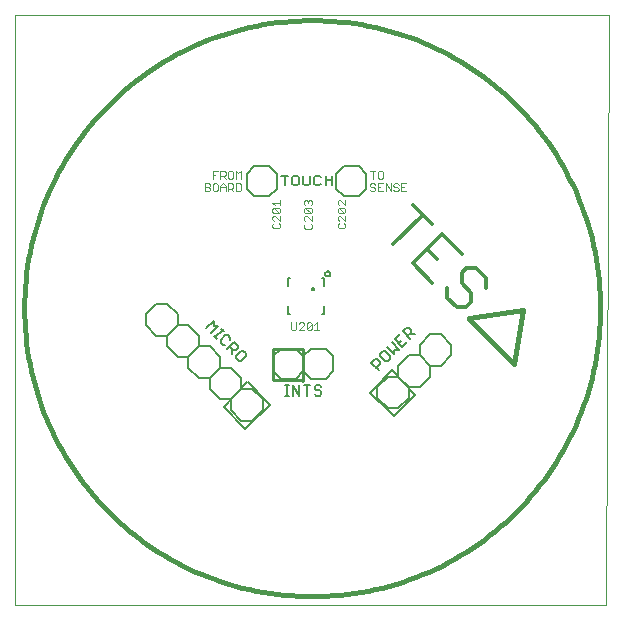
<source format=gto>
G75*
%MOIN*%
%OFA0B0*%
%FSLAX24Y24*%
%IPPOS*%
%LPD*%
%AMOC8*
5,1,8,0,0,1.08239X$1,22.5*
%
%ADD10C,0.0000*%
%ADD11C,0.0160*%
%ADD12C,0.0030*%
%ADD13C,0.0080*%
%ADD14C,0.0060*%
%ADD15C,0.0020*%
%ADD16C,0.0100*%
%ADD17C,0.0120*%
%ADD18C,0.0070*%
%ADD19C,0.0050*%
D10*
X000112Y000100D02*
X000100Y019777D01*
X019899Y019789D01*
X019797Y000100D01*
X000112Y000100D01*
D11*
X000411Y010000D02*
X000414Y010236D01*
X000423Y010471D01*
X000437Y010706D01*
X000457Y010941D01*
X000483Y011175D01*
X000515Y011409D01*
X000552Y011641D01*
X000595Y011873D01*
X000644Y012104D01*
X000699Y012333D01*
X000759Y012561D01*
X000824Y012787D01*
X000896Y013012D01*
X000972Y013234D01*
X001054Y013455D01*
X001142Y013674D01*
X001235Y013891D01*
X001333Y014105D01*
X001436Y014317D01*
X001545Y014526D01*
X001658Y014732D01*
X001777Y014936D01*
X001901Y015137D01*
X002029Y015334D01*
X002162Y015528D01*
X002300Y015719D01*
X002443Y015907D01*
X002590Y016091D01*
X002742Y016271D01*
X002898Y016448D01*
X003059Y016620D01*
X003223Y016789D01*
X003392Y016953D01*
X003564Y017114D01*
X003741Y017270D01*
X003921Y017422D01*
X004105Y017569D01*
X004293Y017712D01*
X004484Y017850D01*
X004678Y017983D01*
X004875Y018111D01*
X005076Y018235D01*
X005280Y018354D01*
X005486Y018467D01*
X005695Y018576D01*
X005907Y018679D01*
X006121Y018777D01*
X006338Y018870D01*
X006557Y018958D01*
X006778Y019040D01*
X007000Y019116D01*
X007225Y019188D01*
X007451Y019253D01*
X007679Y019313D01*
X007908Y019368D01*
X008139Y019417D01*
X008371Y019460D01*
X008603Y019497D01*
X008837Y019529D01*
X009071Y019555D01*
X009306Y019575D01*
X009541Y019589D01*
X009776Y019598D01*
X010012Y019601D01*
X010248Y019598D01*
X010483Y019589D01*
X010718Y019575D01*
X010953Y019555D01*
X011187Y019529D01*
X011421Y019497D01*
X011653Y019460D01*
X011885Y019417D01*
X012116Y019368D01*
X012345Y019313D01*
X012573Y019253D01*
X012799Y019188D01*
X013024Y019116D01*
X013246Y019040D01*
X013467Y018958D01*
X013686Y018870D01*
X013903Y018777D01*
X014117Y018679D01*
X014329Y018576D01*
X014538Y018467D01*
X014744Y018354D01*
X014948Y018235D01*
X015149Y018111D01*
X015346Y017983D01*
X015540Y017850D01*
X015731Y017712D01*
X015919Y017569D01*
X016103Y017422D01*
X016283Y017270D01*
X016460Y017114D01*
X016632Y016953D01*
X016801Y016789D01*
X016965Y016620D01*
X017126Y016448D01*
X017282Y016271D01*
X017434Y016091D01*
X017581Y015907D01*
X017724Y015719D01*
X017862Y015528D01*
X017995Y015334D01*
X018123Y015137D01*
X018247Y014936D01*
X018366Y014732D01*
X018479Y014526D01*
X018588Y014317D01*
X018691Y014105D01*
X018789Y013891D01*
X018882Y013674D01*
X018970Y013455D01*
X019052Y013234D01*
X019128Y013012D01*
X019200Y012787D01*
X019265Y012561D01*
X019325Y012333D01*
X019380Y012104D01*
X019429Y011873D01*
X019472Y011641D01*
X019509Y011409D01*
X019541Y011175D01*
X019567Y010941D01*
X019587Y010706D01*
X019601Y010471D01*
X019610Y010236D01*
X019613Y010000D01*
X019610Y009764D01*
X019601Y009529D01*
X019587Y009294D01*
X019567Y009059D01*
X019541Y008825D01*
X019509Y008591D01*
X019472Y008359D01*
X019429Y008127D01*
X019380Y007896D01*
X019325Y007667D01*
X019265Y007439D01*
X019200Y007213D01*
X019128Y006988D01*
X019052Y006766D01*
X018970Y006545D01*
X018882Y006326D01*
X018789Y006109D01*
X018691Y005895D01*
X018588Y005683D01*
X018479Y005474D01*
X018366Y005268D01*
X018247Y005064D01*
X018123Y004863D01*
X017995Y004666D01*
X017862Y004472D01*
X017724Y004281D01*
X017581Y004093D01*
X017434Y003909D01*
X017282Y003729D01*
X017126Y003552D01*
X016965Y003380D01*
X016801Y003211D01*
X016632Y003047D01*
X016460Y002886D01*
X016283Y002730D01*
X016103Y002578D01*
X015919Y002431D01*
X015731Y002288D01*
X015540Y002150D01*
X015346Y002017D01*
X015149Y001889D01*
X014948Y001765D01*
X014744Y001646D01*
X014538Y001533D01*
X014329Y001424D01*
X014117Y001321D01*
X013903Y001223D01*
X013686Y001130D01*
X013467Y001042D01*
X013246Y000960D01*
X013024Y000884D01*
X012799Y000812D01*
X012573Y000747D01*
X012345Y000687D01*
X012116Y000632D01*
X011885Y000583D01*
X011653Y000540D01*
X011421Y000503D01*
X011187Y000471D01*
X010953Y000445D01*
X010718Y000425D01*
X010483Y000411D01*
X010248Y000402D01*
X010012Y000399D01*
X009776Y000402D01*
X009541Y000411D01*
X009306Y000425D01*
X009071Y000445D01*
X008837Y000471D01*
X008603Y000503D01*
X008371Y000540D01*
X008139Y000583D01*
X007908Y000632D01*
X007679Y000687D01*
X007451Y000747D01*
X007225Y000812D01*
X007000Y000884D01*
X006778Y000960D01*
X006557Y001042D01*
X006338Y001130D01*
X006121Y001223D01*
X005907Y001321D01*
X005695Y001424D01*
X005486Y001533D01*
X005280Y001646D01*
X005076Y001765D01*
X004875Y001889D01*
X004678Y002017D01*
X004484Y002150D01*
X004293Y002288D01*
X004105Y002431D01*
X003921Y002578D01*
X003741Y002730D01*
X003564Y002886D01*
X003392Y003047D01*
X003223Y003211D01*
X003059Y003380D01*
X002898Y003552D01*
X002742Y003729D01*
X002590Y003909D01*
X002443Y004093D01*
X002300Y004281D01*
X002162Y004472D01*
X002029Y004666D01*
X001901Y004863D01*
X001777Y005064D01*
X001658Y005268D01*
X001545Y005474D01*
X001436Y005683D01*
X001333Y005895D01*
X001235Y006109D01*
X001142Y006326D01*
X001054Y006545D01*
X000972Y006766D01*
X000896Y006988D01*
X000824Y007213D01*
X000759Y007439D01*
X000699Y007667D01*
X000644Y007896D01*
X000595Y008127D01*
X000552Y008359D01*
X000515Y008591D01*
X000483Y008825D01*
X000457Y009059D01*
X000437Y009294D01*
X000423Y009529D01*
X000414Y009764D01*
X000411Y010000D01*
X015222Y009660D02*
X017042Y009930D01*
X016752Y008130D01*
X015242Y009640D01*
D12*
X011117Y012707D02*
X011117Y012790D01*
X011075Y012832D01*
X011117Y012923D02*
X010950Y013090D01*
X010908Y013090D01*
X010867Y013048D01*
X010867Y012965D01*
X010908Y012923D01*
X010908Y012832D02*
X010867Y012790D01*
X010867Y012707D01*
X010908Y012665D01*
X011075Y012665D01*
X011117Y012707D01*
X011117Y012923D02*
X011117Y013090D01*
X011075Y013181D02*
X010908Y013181D01*
X010867Y013222D01*
X010867Y013306D01*
X010908Y013347D01*
X011075Y013181D01*
X011117Y013222D01*
X011117Y013306D01*
X011075Y013347D01*
X010908Y013347D01*
X010908Y013438D02*
X010867Y013480D01*
X010867Y013564D01*
X010908Y013605D01*
X010950Y013605D01*
X011117Y013438D01*
X011117Y013605D01*
X009997Y013554D02*
X009997Y013470D01*
X009955Y013428D01*
X009955Y013337D02*
X009997Y013296D01*
X009997Y013212D01*
X009955Y013171D01*
X009788Y013337D01*
X009955Y013337D01*
X009955Y013171D02*
X009788Y013171D01*
X009747Y013212D01*
X009747Y013296D01*
X009788Y013337D01*
X009788Y013428D02*
X009747Y013470D01*
X009747Y013554D01*
X009788Y013595D01*
X009830Y013595D01*
X009872Y013554D01*
X009913Y013595D01*
X009955Y013595D01*
X009997Y013554D01*
X009872Y013554D02*
X009872Y013512D01*
X009830Y013080D02*
X009788Y013080D01*
X009747Y013038D01*
X009747Y012955D01*
X009788Y012913D01*
X009788Y012822D02*
X009747Y012780D01*
X009747Y012697D01*
X009788Y012655D01*
X009955Y012655D01*
X009997Y012697D01*
X009997Y012780D01*
X009955Y012822D01*
X009997Y012913D02*
X009830Y013080D01*
X009997Y013080D02*
X009997Y012913D01*
X008937Y012923D02*
X008770Y013090D01*
X008728Y013090D01*
X008687Y013048D01*
X008687Y012965D01*
X008728Y012923D01*
X008728Y012832D02*
X008687Y012790D01*
X008687Y012707D01*
X008728Y012665D01*
X008895Y012665D01*
X008937Y012707D01*
X008937Y012790D01*
X008895Y012832D01*
X008937Y012923D02*
X008937Y013090D01*
X008895Y013181D02*
X008728Y013181D01*
X008687Y013222D01*
X008687Y013306D01*
X008728Y013347D01*
X008895Y013181D01*
X008937Y013222D01*
X008937Y013306D01*
X008895Y013347D01*
X008728Y013347D01*
X008770Y013438D02*
X008687Y013522D01*
X008937Y013522D01*
X008937Y013605D02*
X008937Y013438D01*
X009307Y009525D02*
X009307Y009317D01*
X009349Y009275D01*
X009432Y009275D01*
X009474Y009317D01*
X009474Y009525D01*
X009565Y009484D02*
X009606Y009525D01*
X009690Y009525D01*
X009731Y009484D01*
X009731Y009442D01*
X009565Y009275D01*
X009731Y009275D01*
X009822Y009317D02*
X009989Y009484D01*
X009989Y009317D01*
X009948Y009275D01*
X009864Y009275D01*
X009822Y009317D01*
X009822Y009484D01*
X009864Y009525D01*
X009948Y009525D01*
X009989Y009484D01*
X010080Y009442D02*
X010164Y009525D01*
X010164Y009275D01*
X010247Y009275D02*
X010080Y009275D01*
D13*
X010447Y011150D02*
X010449Y011168D01*
X010454Y011185D01*
X010463Y011200D01*
X010475Y011213D01*
X010489Y011224D01*
X010506Y011231D01*
X010523Y011235D01*
X010541Y011235D01*
X010558Y011231D01*
X010574Y011224D01*
X010589Y011213D01*
X010601Y011200D01*
X010610Y011185D01*
X010615Y011168D01*
X010617Y011150D01*
X010615Y011132D01*
X010610Y011115D01*
X010601Y011100D01*
X010589Y011087D01*
X010575Y011076D01*
X010558Y011069D01*
X010541Y011065D01*
X010523Y011065D01*
X010506Y011069D01*
X010490Y011076D01*
X010475Y011087D01*
X010463Y011100D01*
X010454Y011115D01*
X010449Y011132D01*
X010447Y011150D01*
X010455Y014100D02*
X010455Y014420D01*
X010455Y014260D02*
X010669Y014260D01*
X010669Y014420D02*
X010669Y014100D01*
X010300Y014153D02*
X010247Y014100D01*
X010140Y014100D01*
X010087Y014153D01*
X010087Y014367D01*
X010140Y014420D01*
X010247Y014420D01*
X010300Y014367D01*
X009932Y014420D02*
X009932Y014153D01*
X009879Y014100D01*
X009772Y014100D01*
X009718Y014153D01*
X009718Y014420D01*
X009564Y014367D02*
X009564Y014153D01*
X009510Y014100D01*
X009404Y014100D01*
X009350Y014153D01*
X009350Y014367D01*
X009404Y014420D01*
X009510Y014420D01*
X009564Y014367D01*
X009195Y014420D02*
X008982Y014420D01*
X009089Y014420D02*
X009089Y014100D01*
X012672Y007930D02*
X013442Y007120D01*
X012732Y006400D01*
X011952Y007180D01*
X011942Y007190D02*
X012672Y007930D01*
X008612Y006790D02*
X007772Y005960D01*
X007062Y006710D01*
X007852Y007540D01*
X007872Y007550D02*
X008612Y006790D01*
D14*
X008356Y006963D02*
X008356Y006609D01*
X008003Y006255D01*
X007649Y006255D01*
X007296Y006609D01*
X007296Y006963D01*
X006942Y006963D01*
X006589Y007316D01*
X006589Y007670D01*
X006942Y008023D01*
X007296Y008023D01*
X007649Y007670D01*
X007649Y007316D01*
X008003Y007316D01*
X008356Y006963D01*
X007649Y007316D02*
X007296Y006963D01*
X006589Y007670D02*
X006235Y007670D01*
X005881Y008023D01*
X005881Y008377D01*
X005528Y008377D01*
X005174Y008730D01*
X005174Y009084D01*
X004821Y009084D01*
X004467Y009437D01*
X004467Y009791D01*
X004821Y010145D01*
X005174Y010145D01*
X005528Y009791D01*
X005528Y009437D01*
X005881Y009437D01*
X006235Y009084D01*
X006235Y008730D01*
X006589Y008730D01*
X006942Y008377D01*
X006942Y008023D01*
X007339Y008475D02*
X007339Y008635D01*
X007379Y008595D02*
X007259Y008716D01*
X007179Y008635D02*
X007419Y008876D01*
X007540Y008756D01*
X007540Y008676D01*
X007459Y008595D01*
X007379Y008595D01*
X007479Y008415D02*
X007479Y008335D01*
X007559Y008255D01*
X007640Y008255D01*
X007800Y008415D01*
X007800Y008495D01*
X007720Y008576D01*
X007640Y008576D01*
X007479Y008415D01*
X007119Y008776D02*
X007039Y008776D01*
X006958Y008856D01*
X006958Y008936D01*
X007119Y009096D01*
X007199Y009096D01*
X007279Y009016D01*
X007279Y008936D01*
X007066Y009230D02*
X006985Y009310D01*
X007025Y009270D02*
X006785Y009029D01*
X006825Y008989D02*
X006745Y009070D01*
X006645Y009170D02*
X006885Y009410D01*
X006725Y009410D01*
X006725Y009571D01*
X006484Y009330D01*
X006235Y008730D02*
X005881Y008377D01*
X005174Y009084D02*
X005528Y009437D01*
X008712Y008400D02*
X008712Y007900D01*
X008962Y007650D01*
X009462Y007650D01*
X009712Y007900D01*
X009712Y008400D01*
X009462Y008650D01*
X008962Y008650D01*
X008712Y008400D01*
X009712Y008400D02*
X009962Y008650D01*
X010462Y008650D01*
X010712Y008400D01*
X010712Y007900D01*
X010462Y007650D01*
X009962Y007650D01*
X009712Y007900D01*
X009726Y007430D02*
X009953Y007430D01*
X009839Y007430D02*
X009839Y007090D01*
X010094Y007147D02*
X010151Y007090D01*
X010264Y007090D01*
X010321Y007147D01*
X010321Y007203D01*
X010264Y007260D01*
X010151Y007260D01*
X010094Y007317D01*
X010094Y007374D01*
X010151Y007430D01*
X010264Y007430D01*
X010321Y007374D01*
X009584Y007430D02*
X009584Y007090D01*
X009357Y007430D01*
X009357Y007090D01*
X009225Y007090D02*
X009112Y007090D01*
X009169Y007090D02*
X009169Y007430D01*
X009225Y007430D02*
X009112Y007430D01*
X011981Y008183D02*
X012101Y008303D01*
X012182Y008303D01*
X012262Y008223D01*
X012262Y008143D01*
X012142Y008023D01*
X012222Y007942D02*
X011981Y008183D01*
X012282Y008403D02*
X012442Y008243D01*
X012522Y008243D01*
X012603Y008323D01*
X012603Y008403D01*
X012442Y008564D01*
X012362Y008564D01*
X012282Y008484D01*
X012282Y008403D01*
X012502Y008704D02*
X012743Y008463D01*
X012743Y008624D01*
X012903Y008624D01*
X012662Y008864D01*
X012762Y008964D02*
X013003Y008724D01*
X013164Y008884D01*
X013264Y008984D02*
X013023Y009225D01*
X013143Y009345D01*
X013223Y009345D01*
X013304Y009265D01*
X013304Y009185D01*
X013183Y009064D01*
X013264Y009145D02*
X013424Y009145D01*
X013589Y008784D02*
X013942Y009137D01*
X014296Y009137D01*
X014649Y008784D01*
X014649Y008430D01*
X014296Y008077D01*
X013942Y008077D01*
X013942Y007723D01*
X013589Y007370D01*
X013235Y007370D01*
X013235Y007016D01*
X012881Y006663D01*
X012528Y006663D01*
X012174Y007016D01*
X012174Y007370D01*
X012528Y007723D01*
X012881Y007723D01*
X012881Y008077D01*
X013235Y008430D01*
X013589Y008430D01*
X013589Y008784D01*
X013589Y008430D02*
X013942Y008077D01*
X013235Y007370D02*
X012881Y007723D01*
X012883Y008844D02*
X012963Y008924D01*
X012923Y009125D02*
X012762Y008964D01*
X011562Y013740D02*
X011062Y013740D01*
X010812Y013990D01*
X010812Y014490D01*
X011062Y014740D01*
X011562Y014740D01*
X011812Y014490D01*
X011812Y013990D01*
X011562Y013740D01*
X008822Y013980D02*
X008572Y013730D01*
X008072Y013730D01*
X007822Y013980D01*
X007822Y014480D01*
X008072Y014730D01*
X008572Y014730D01*
X008822Y014480D01*
X008822Y013980D01*
D15*
X007637Y013943D02*
X007637Y014117D01*
X007594Y014160D01*
X007464Y014160D01*
X007464Y013900D01*
X007594Y013900D01*
X007637Y013943D01*
X007637Y014320D02*
X007637Y014580D01*
X007551Y014493D01*
X007464Y014580D01*
X007464Y014320D01*
X007380Y014363D02*
X007380Y014537D01*
X007336Y014580D01*
X007250Y014580D01*
X007206Y014537D01*
X007206Y014363D01*
X007250Y014320D01*
X007336Y014320D01*
X007380Y014363D01*
X007336Y014160D02*
X007380Y014117D01*
X007380Y014030D01*
X007336Y013987D01*
X007206Y013987D01*
X007293Y013987D02*
X007380Y013900D01*
X007206Y013900D02*
X007206Y014160D01*
X007336Y014160D01*
X007122Y014073D02*
X007122Y013900D01*
X007122Y014030D02*
X006948Y014030D01*
X006948Y014073D02*
X007035Y014160D01*
X007122Y014073D01*
X006948Y014073D02*
X006948Y013900D01*
X006864Y013943D02*
X006821Y013900D01*
X006734Y013900D01*
X006691Y013943D01*
X006691Y014117D01*
X006734Y014160D01*
X006821Y014160D01*
X006864Y014117D01*
X006864Y013943D01*
X006606Y013943D02*
X006563Y013900D01*
X006433Y013900D01*
X006433Y014160D01*
X006563Y014160D01*
X006606Y014117D01*
X006606Y014073D01*
X006563Y014030D01*
X006433Y014030D01*
X006563Y014030D02*
X006606Y013987D01*
X006606Y013943D01*
X006691Y014320D02*
X006691Y014580D01*
X006864Y014580D01*
X006948Y014580D02*
X007078Y014580D01*
X007122Y014537D01*
X007122Y014450D01*
X007078Y014407D01*
X006948Y014407D01*
X006948Y014320D02*
X006948Y014580D01*
X007035Y014407D02*
X007122Y014320D01*
X006777Y014450D02*
X006691Y014450D01*
X011942Y014580D02*
X012115Y014580D01*
X012029Y014580D02*
X012029Y014320D01*
X012072Y014160D02*
X011985Y014160D01*
X011942Y014117D01*
X011942Y014073D01*
X011985Y014030D01*
X012072Y014030D01*
X012115Y013987D01*
X012115Y013943D01*
X012072Y013900D01*
X011985Y013900D01*
X011942Y013943D01*
X012115Y014117D02*
X012072Y014160D01*
X012200Y014160D02*
X012200Y013900D01*
X012373Y013900D01*
X012457Y013900D02*
X012457Y014160D01*
X012631Y013900D01*
X012631Y014160D01*
X012715Y014117D02*
X012759Y014160D01*
X012845Y014160D01*
X012889Y014117D01*
X012973Y014160D02*
X012973Y013900D01*
X013147Y013900D01*
X013060Y014030D02*
X012973Y014030D01*
X012889Y013987D02*
X012889Y013943D01*
X012845Y013900D01*
X012759Y013900D01*
X012715Y013943D01*
X012759Y014030D02*
X012845Y014030D01*
X012889Y013987D01*
X012759Y014030D02*
X012715Y014073D01*
X012715Y014117D01*
X012973Y014160D02*
X013147Y014160D01*
X012373Y014160D02*
X012200Y014160D01*
X012200Y014030D02*
X012286Y014030D01*
X012243Y014320D02*
X012330Y014320D01*
X012373Y014363D01*
X012373Y014537D01*
X012330Y014580D01*
X012243Y014580D01*
X012200Y014537D01*
X012200Y014363D01*
X012243Y014320D01*
D16*
X009712Y008630D02*
X008712Y008630D01*
X008712Y008650D01*
X008692Y008640D02*
X008692Y007610D01*
X009682Y007610D01*
X009682Y007590D01*
X009712Y007590D01*
X009712Y008630D01*
D17*
X012712Y012144D02*
X013689Y013121D01*
X014014Y012796D02*
X013363Y013447D01*
X014340Y012470D02*
X013363Y011493D01*
X014014Y010842D01*
X014503Y010679D02*
X014503Y010354D01*
X014828Y010028D01*
X015154Y010028D01*
X015317Y010191D01*
X015317Y010517D01*
X014991Y010842D01*
X014991Y011168D01*
X015154Y011331D01*
X015479Y011331D01*
X015805Y011005D01*
X015805Y010679D01*
X014991Y011819D02*
X014340Y012470D01*
X013852Y011982D02*
X014177Y011656D01*
D18*
X010402Y010991D02*
X010402Y010732D01*
X010402Y010991D02*
X010341Y010991D01*
X010402Y010068D02*
X010402Y009809D01*
X010341Y009809D01*
X009283Y009809D02*
X009221Y009809D01*
X009221Y010068D01*
X009221Y010732D02*
X009221Y010991D01*
X009283Y010991D01*
D19*
X010009Y010636D02*
X010011Y010648D01*
X010016Y010659D01*
X010025Y010668D01*
X010036Y010673D01*
X010048Y010675D01*
X010060Y010673D01*
X010071Y010668D01*
X010080Y010659D01*
X010085Y010648D01*
X010087Y010636D01*
X010085Y010624D01*
X010080Y010613D01*
X010071Y010604D01*
X010060Y010599D01*
X010048Y010597D01*
X010036Y010599D01*
X010025Y010604D01*
X010016Y010613D01*
X010011Y010624D01*
X010009Y010636D01*
M02*

</source>
